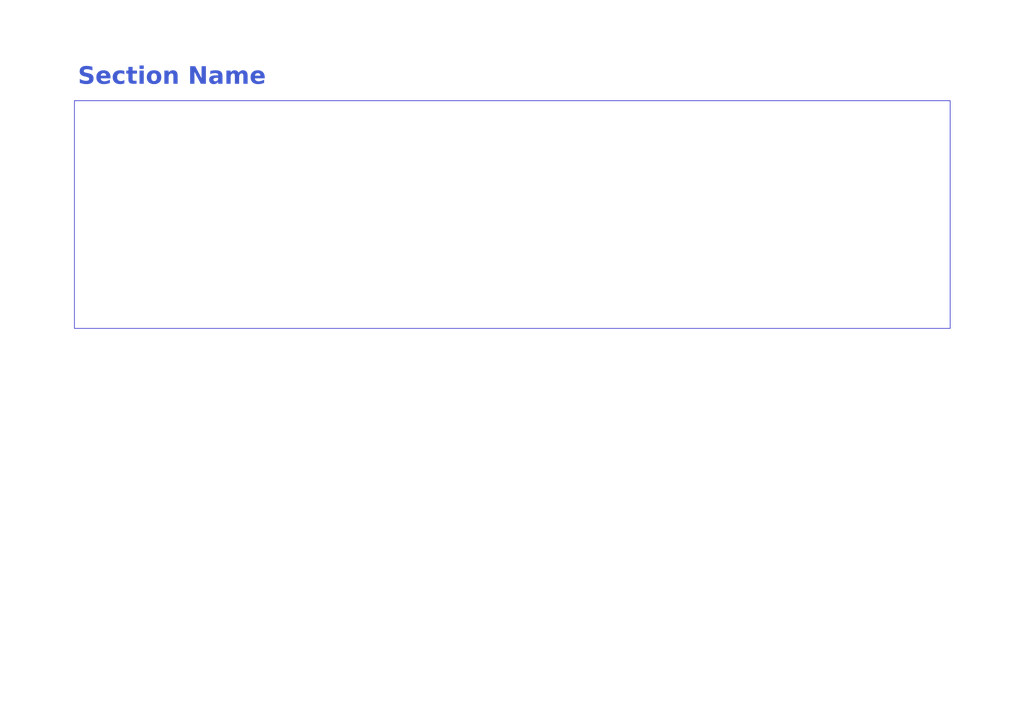
<source format=kicad_sch>
(kicad_sch
	(version 20250114)
	(generator "eeschema")
	(generator_version "9.0")
	(uuid "7ab40a85-baa6-4582-adfb-7f57f0ad2747")
	(paper "A4")
	(title_block
		(date "2025-04-06")
	)
	(lib_symbols)
	(rectangle
		(start 21.59 29.21)
		(end 275.59 95.25)
		(stroke
			(width 0)
			(type default)
		)
		(fill
			(type none)
		)
		(uuid 90ac098a-ac1e-4cca-a2fa-8bc99e27ca3d)
	)
	(text "Section Name\n"
		(exclude_from_sim no)
		(at 22.606 26.67 0)
		(effects
			(font
				(face "Agency FB")
				(size 5 5)
				(bold yes)
				(color 66 91 207 1)
			)
			(justify left bottom)
		)
		(uuid "6da933f6-1537-40bd-ba6e-fd29f7868473")
	)
)

</source>
